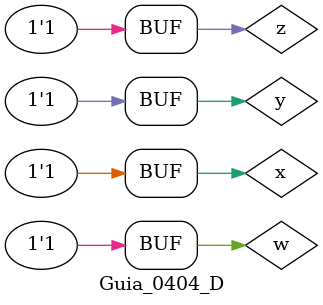
<source format=v>
/**
 * @file Guia_0404_D.v
 * @author 784778 - Wallace Freitas Oliveira (https://github.com/Olivwallace)
 * @brief Guia 04 Exercicio 04 - Arquitetura de Computadores I (PUC-Minas 1°/2023)
 * @date 03-03-2023
 */

`timescale 1ps/1ps
 `include "Guia_0404.v"

 module Guia_0404_D;
 reg x, y, w, z;
    wire s1;

    //Instanciamento
    Questao_D D (s1, x, y, w, z);

    //Inicializacao de Valores
    initial begin
        x = 1'b0; y = 1'b0; w = 1'b0; z = 1'b0;
    end

    //Principal
    initial begin : main
        
        
        $display("Teste Guia_0404 - Expressao Booleana - D");
        
        //Questao D;
        $display("\nd) F (X,Y,W,Z) = P(M) ( 1, 2, 4, 6, 8, 10, 12 ) \n");
        
        //Monitoramento
        $display("|  x  y  w  z |  S  |");
        $monitor("| %2b %2b %2b %2b | %2b  |", x, y, w, z, s1);

         //Sinalizacao
        #1 x=0; y=0; w=0; z=0; //0
        #1 x=0; y=0; w=0; z=1; //1
        #1 x=0; y=0; w=1; z=0; //2
        #1 x=0; y=0; w=1; z=1; //3
        #1 x=0; y=1; w=0; z=0; //4
        #1 x=0; y=1; w=0; z=1; //5
        #1 x=0; y=1; w=1; z=0; //6
        #1 x=0; y=1; w=1; z=1; //7
        #1 x=1; y=0; w=0; z=0; //8
        #1 x=1; y=0; w=0; z=1; //9
        #1 x=1; y=0; w=1; z=0; //A
        #1 x=1; y=0; w=1; z=1; //B
        #1 x=1; y=1; w=0; z=0; //C
        #1 x=1; y=1; w=0; z=1; //D
        #1 x=1; y=1; w=1; z=0; //E
        #1 x=1; y=1; w=1; z=1; //F
    end

 endmodule
</source>
